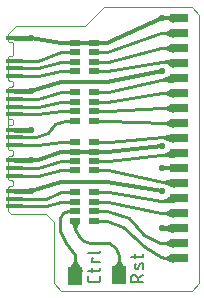
<source format=gtl>
G04 EAGLE Gerber X2 export*
G75*
%MOMM*%
%FSLAX34Y34*%
%LPD*%
%AMOC8*
5,1,8,0,0,1.08239X$1,22.5*%
G01*
%ADD10C,0.203200*%
%ADD11C,0.000000*%
%ADD12R,0.900000X0.500000*%
%ADD13R,1.270000X1.524000*%
%ADD14R,1.350000X0.450000*%
%ADD15R,1.600000X0.800000*%
%ADD16C,0.400000*%
%ADD17C,0.254000*%
%ADD18C,0.550000*%
%ADD19C,0.406400*%
%ADD20C,0.450000*%
%ADD21C,0.304800*%


D10*
X114984Y-96484D02*
X104316Y-96484D01*
X104316Y-93521D01*
X104318Y-93414D01*
X104324Y-93307D01*
X104333Y-93201D01*
X104347Y-93095D01*
X104364Y-92989D01*
X104385Y-92884D01*
X104410Y-92780D01*
X104439Y-92677D01*
X104471Y-92575D01*
X104507Y-92474D01*
X104547Y-92375D01*
X104590Y-92277D01*
X104637Y-92181D01*
X104687Y-92086D01*
X104740Y-91993D01*
X104797Y-91903D01*
X104857Y-91814D01*
X104920Y-91728D01*
X104986Y-91644D01*
X105056Y-91562D01*
X105128Y-91483D01*
X105203Y-91407D01*
X105281Y-91333D01*
X105361Y-91263D01*
X105444Y-91195D01*
X105529Y-91130D01*
X105616Y-91069D01*
X105706Y-91010D01*
X105798Y-90955D01*
X105891Y-90903D01*
X105987Y-90855D01*
X106084Y-90810D01*
X106182Y-90768D01*
X106282Y-90731D01*
X106384Y-90696D01*
X106486Y-90666D01*
X106590Y-90639D01*
X106694Y-90616D01*
X106800Y-90597D01*
X106906Y-90582D01*
X107012Y-90570D01*
X107119Y-90562D01*
X107226Y-90558D01*
X107332Y-90558D01*
X107439Y-90562D01*
X107546Y-90570D01*
X107652Y-90582D01*
X107758Y-90597D01*
X107864Y-90616D01*
X107968Y-90639D01*
X108072Y-90666D01*
X108174Y-90696D01*
X108276Y-90731D01*
X108376Y-90768D01*
X108474Y-90810D01*
X108571Y-90855D01*
X108667Y-90903D01*
X108761Y-90955D01*
X108852Y-91010D01*
X108942Y-91069D01*
X109029Y-91130D01*
X109114Y-91195D01*
X109197Y-91263D01*
X109277Y-91333D01*
X109355Y-91407D01*
X109430Y-91483D01*
X109502Y-91562D01*
X109572Y-91644D01*
X109638Y-91728D01*
X109701Y-91814D01*
X109761Y-91903D01*
X109818Y-91993D01*
X109871Y-92086D01*
X109921Y-92181D01*
X109968Y-92277D01*
X110011Y-92375D01*
X110051Y-92474D01*
X110087Y-92575D01*
X110119Y-92677D01*
X110148Y-92780D01*
X110173Y-92884D01*
X110194Y-92989D01*
X110211Y-93095D01*
X110225Y-93201D01*
X110234Y-93307D01*
X110240Y-93414D01*
X110242Y-93521D01*
X110243Y-93521D02*
X110243Y-96484D01*
X110243Y-92928D02*
X114984Y-90557D01*
X110835Y-84445D02*
X112021Y-81481D01*
X110836Y-84445D02*
X110805Y-84516D01*
X110771Y-84586D01*
X110734Y-84654D01*
X110693Y-84719D01*
X110648Y-84783D01*
X110601Y-84844D01*
X110550Y-84903D01*
X110497Y-84960D01*
X110441Y-85013D01*
X110382Y-85064D01*
X110321Y-85111D01*
X110257Y-85156D01*
X110192Y-85197D01*
X110124Y-85235D01*
X110054Y-85269D01*
X109983Y-85300D01*
X109911Y-85327D01*
X109837Y-85350D01*
X109762Y-85370D01*
X109686Y-85386D01*
X109609Y-85398D01*
X109532Y-85406D01*
X109455Y-85410D01*
X109377Y-85411D01*
X109300Y-85407D01*
X109222Y-85400D01*
X109146Y-85388D01*
X109070Y-85373D01*
X108994Y-85354D01*
X108920Y-85331D01*
X108847Y-85305D01*
X108776Y-85275D01*
X108706Y-85241D01*
X108638Y-85204D01*
X108572Y-85163D01*
X108508Y-85119D01*
X108446Y-85072D01*
X108387Y-85022D01*
X108331Y-84969D01*
X108277Y-84913D01*
X108226Y-84855D01*
X108178Y-84794D01*
X108133Y-84731D01*
X108091Y-84665D01*
X108053Y-84598D01*
X108018Y-84528D01*
X107987Y-84457D01*
X107959Y-84385D01*
X107936Y-84311D01*
X107915Y-84236D01*
X107899Y-84161D01*
X107886Y-84084D01*
X107878Y-84007D01*
X107873Y-83930D01*
X107872Y-83852D01*
X107876Y-83690D01*
X107884Y-83528D01*
X107896Y-83367D01*
X107912Y-83206D01*
X107932Y-83045D01*
X107955Y-82885D01*
X107983Y-82726D01*
X108014Y-82567D01*
X108049Y-82409D01*
X108088Y-82252D01*
X108131Y-82096D01*
X108177Y-81941D01*
X108227Y-81787D01*
X108281Y-81634D01*
X108339Y-81483D01*
X108400Y-81333D01*
X108464Y-81185D01*
X112020Y-81481D02*
X112051Y-81410D01*
X112085Y-81340D01*
X112122Y-81272D01*
X112163Y-81207D01*
X112208Y-81143D01*
X112255Y-81082D01*
X112306Y-81023D01*
X112359Y-80966D01*
X112415Y-80913D01*
X112474Y-80862D01*
X112535Y-80815D01*
X112599Y-80770D01*
X112664Y-80729D01*
X112732Y-80691D01*
X112802Y-80657D01*
X112873Y-80626D01*
X112945Y-80599D01*
X113019Y-80576D01*
X113094Y-80556D01*
X113170Y-80540D01*
X113247Y-80528D01*
X113324Y-80520D01*
X113401Y-80516D01*
X113479Y-80515D01*
X113556Y-80519D01*
X113634Y-80526D01*
X113710Y-80538D01*
X113786Y-80553D01*
X113862Y-80572D01*
X113936Y-80595D01*
X114009Y-80621D01*
X114080Y-80651D01*
X114150Y-80685D01*
X114218Y-80722D01*
X114284Y-80763D01*
X114348Y-80807D01*
X114410Y-80854D01*
X114469Y-80904D01*
X114525Y-80957D01*
X114579Y-81013D01*
X114630Y-81071D01*
X114678Y-81132D01*
X114723Y-81195D01*
X114765Y-81261D01*
X114803Y-81328D01*
X114838Y-81398D01*
X114869Y-81468D01*
X114897Y-81541D01*
X114920Y-81615D01*
X114941Y-81690D01*
X114957Y-81765D01*
X114970Y-81842D01*
X114978Y-81919D01*
X114983Y-81996D01*
X114984Y-82074D01*
X114984Y-82075D02*
X114978Y-82312D01*
X114966Y-82550D01*
X114949Y-82787D01*
X114925Y-83023D01*
X114897Y-83259D01*
X114863Y-83495D01*
X114823Y-83729D01*
X114778Y-83962D01*
X114727Y-84195D01*
X114671Y-84426D01*
X114609Y-84655D01*
X114542Y-84883D01*
X114469Y-85110D01*
X114391Y-85334D01*
X107872Y-76498D02*
X107872Y-72942D01*
X104316Y-75312D02*
X113206Y-75312D01*
X113288Y-75310D01*
X113370Y-75304D01*
X113452Y-75295D01*
X113533Y-75282D01*
X113613Y-75265D01*
X113693Y-75244D01*
X113771Y-75220D01*
X113848Y-75192D01*
X113924Y-75161D01*
X113999Y-75126D01*
X114071Y-75087D01*
X114142Y-75046D01*
X114211Y-75001D01*
X114277Y-74953D01*
X114342Y-74902D01*
X114404Y-74848D01*
X114463Y-74791D01*
X114520Y-74732D01*
X114574Y-74670D01*
X114625Y-74605D01*
X114673Y-74539D01*
X114718Y-74470D01*
X114759Y-74399D01*
X114798Y-74327D01*
X114833Y-74252D01*
X114864Y-74176D01*
X114892Y-74099D01*
X114916Y-74021D01*
X114937Y-73941D01*
X114954Y-73861D01*
X114967Y-73780D01*
X114976Y-73698D01*
X114982Y-73616D01*
X114984Y-73534D01*
X114984Y-72942D01*
X78484Y-91743D02*
X78484Y-94113D01*
X78482Y-94208D01*
X78476Y-94304D01*
X78467Y-94399D01*
X78453Y-94493D01*
X78436Y-94587D01*
X78415Y-94680D01*
X78390Y-94773D01*
X78362Y-94864D01*
X78330Y-94954D01*
X78294Y-95042D01*
X78255Y-95129D01*
X78212Y-95215D01*
X78166Y-95299D01*
X78117Y-95380D01*
X78064Y-95460D01*
X78008Y-95537D01*
X77950Y-95613D01*
X77888Y-95685D01*
X77823Y-95755D01*
X77755Y-95823D01*
X77685Y-95888D01*
X77613Y-95950D01*
X77537Y-96008D01*
X77460Y-96064D01*
X77380Y-96117D01*
X77299Y-96166D01*
X77215Y-96212D01*
X77129Y-96255D01*
X77042Y-96294D01*
X76954Y-96330D01*
X76864Y-96362D01*
X76773Y-96390D01*
X76680Y-96415D01*
X76587Y-96436D01*
X76493Y-96453D01*
X76399Y-96467D01*
X76304Y-96476D01*
X76208Y-96482D01*
X76113Y-96484D01*
X70187Y-96484D01*
X70092Y-96482D01*
X69996Y-96476D01*
X69901Y-96467D01*
X69807Y-96453D01*
X69713Y-96436D01*
X69620Y-96415D01*
X69527Y-96390D01*
X69436Y-96362D01*
X69346Y-96330D01*
X69258Y-96294D01*
X69171Y-96255D01*
X69085Y-96212D01*
X69002Y-96166D01*
X68920Y-96117D01*
X68840Y-96064D01*
X68763Y-96008D01*
X68687Y-95950D01*
X68615Y-95888D01*
X68545Y-95823D01*
X68477Y-95755D01*
X68412Y-95685D01*
X68350Y-95613D01*
X68292Y-95537D01*
X68236Y-95460D01*
X68183Y-95380D01*
X68134Y-95299D01*
X68088Y-95215D01*
X68045Y-95129D01*
X68006Y-95042D01*
X67970Y-94954D01*
X67938Y-94864D01*
X67910Y-94773D01*
X67885Y-94680D01*
X67864Y-94587D01*
X67847Y-94493D01*
X67833Y-94399D01*
X67824Y-94304D01*
X67818Y-94209D01*
X67816Y-94113D01*
X67816Y-91743D01*
X71372Y-88148D02*
X71372Y-84592D01*
X67816Y-86963D02*
X76706Y-86963D01*
X76788Y-86961D01*
X76870Y-86955D01*
X76952Y-86946D01*
X77033Y-86933D01*
X77113Y-86916D01*
X77193Y-86895D01*
X77271Y-86871D01*
X77348Y-86843D01*
X77424Y-86812D01*
X77499Y-86777D01*
X77571Y-86738D01*
X77642Y-86697D01*
X77711Y-86652D01*
X77777Y-86604D01*
X77842Y-86553D01*
X77904Y-86499D01*
X77963Y-86442D01*
X78020Y-86383D01*
X78074Y-86321D01*
X78125Y-86256D01*
X78173Y-86190D01*
X78218Y-86121D01*
X78259Y-86050D01*
X78298Y-85978D01*
X78333Y-85903D01*
X78364Y-85827D01*
X78392Y-85750D01*
X78416Y-85672D01*
X78437Y-85592D01*
X78454Y-85512D01*
X78467Y-85431D01*
X78476Y-85349D01*
X78482Y-85267D01*
X78484Y-85185D01*
X78484Y-84592D01*
X78484Y-79359D02*
X71372Y-79359D01*
X71372Y-75803D01*
X72557Y-75803D01*
X76706Y-71805D02*
X67816Y-71805D01*
X76706Y-71805D02*
X76788Y-71803D01*
X76870Y-71797D01*
X76952Y-71788D01*
X77033Y-71775D01*
X77113Y-71758D01*
X77193Y-71737D01*
X77271Y-71713D01*
X77348Y-71685D01*
X77424Y-71654D01*
X77499Y-71619D01*
X77571Y-71580D01*
X77642Y-71539D01*
X77711Y-71494D01*
X77777Y-71446D01*
X77842Y-71395D01*
X77904Y-71341D01*
X77963Y-71284D01*
X78020Y-71225D01*
X78074Y-71163D01*
X78125Y-71098D01*
X78173Y-71032D01*
X78218Y-70963D01*
X78259Y-70892D01*
X78298Y-70820D01*
X78333Y-70745D01*
X78364Y-70669D01*
X78392Y-70592D01*
X78416Y-70514D01*
X78437Y-70434D01*
X78454Y-70354D01*
X78467Y-70273D01*
X78476Y-70191D01*
X78482Y-70109D01*
X78484Y-70027D01*
D11*
X3000Y-39000D02*
X0Y-36000D01*
X3000Y-39000D02*
X32500Y-39000D01*
X39000Y-45500D01*
X39000Y-97500D01*
X45500Y-104000D01*
X156000Y-104000D01*
X162500Y-97500D01*
X162500Y130000D01*
X156000Y136500D01*
X81500Y136500D01*
X65500Y120500D01*
X7000Y120500D01*
X0Y113500D01*
X0Y107500D01*
X0Y94000D02*
X0Y75000D01*
X1000Y74000D01*
X4000Y74000D01*
X5000Y73000D01*
X5000Y70000D02*
X4000Y69000D01*
X1000Y69000D01*
X0Y68000D01*
X5000Y70000D02*
X5000Y73000D01*
X0Y68000D02*
X0Y42500D01*
X1000Y41500D01*
X4000Y41500D01*
X5000Y40500D01*
X5000Y37500D02*
X4000Y36500D01*
X1000Y36500D01*
X0Y35500D01*
X5000Y37500D02*
X5000Y40500D01*
X0Y42000D02*
X0Y35500D01*
X0Y16500D02*
X1000Y15500D01*
X4000Y15500D01*
X5000Y14500D01*
X5000Y11500D02*
X4000Y10500D01*
X1000Y10500D01*
X0Y9500D01*
X5000Y11500D02*
X5000Y14500D01*
X0Y-16500D02*
X0Y-36000D01*
X0Y-9500D02*
X0Y9500D01*
X0Y16500D02*
X0Y35500D01*
X0Y-9500D02*
X1000Y-10500D01*
X4000Y-10500D02*
X5000Y-11500D01*
X4000Y-10500D02*
X1000Y-10500D01*
X5000Y-11500D02*
X5000Y-14500D01*
X4000Y-15500D01*
X1000Y-15500D01*
X0Y-16500D01*
X1000Y106500D02*
X0Y107500D01*
X1000Y106500D02*
X4000Y106500D01*
X5000Y105500D01*
X5000Y96000D01*
X4000Y95000D01*
X1000Y95000D01*
X0Y94000D01*
D12*
X57000Y106000D03*
X57000Y98000D03*
X57000Y90000D03*
X57000Y82000D03*
X73000Y82000D03*
X73000Y90000D03*
X73000Y98000D03*
X73000Y106000D03*
X57000Y64000D03*
X57000Y56000D03*
X57000Y48000D03*
X57000Y40000D03*
X73000Y40000D03*
X73000Y48000D03*
X73000Y56000D03*
X73000Y64000D03*
X57000Y22000D03*
X57000Y14000D03*
X57000Y6000D03*
X57000Y-2000D03*
X73000Y-2000D03*
X73000Y6000D03*
X73000Y14000D03*
X73000Y22000D03*
D13*
X57000Y-91000D03*
X94000Y-90500D03*
D14*
X6500Y0D03*
X6500Y6500D03*
X6500Y19500D03*
X6500Y26000D03*
X6500Y32500D03*
X6500Y45500D03*
X6500Y52000D03*
X6500Y58500D03*
X6500Y65000D03*
X6500Y78000D03*
X6500Y84500D03*
X6500Y91000D03*
X6500Y-6500D03*
X6500Y-19500D03*
X6500Y-26000D03*
X6500Y-32500D03*
D12*
X73000Y-44500D03*
X73000Y-36500D03*
X73000Y-28500D03*
X73000Y-20500D03*
X57000Y-20500D03*
X57000Y-28500D03*
X57000Y-36500D03*
X57000Y-44500D03*
D14*
X6500Y110500D03*
D15*
X145600Y127000D03*
X145600Y114300D03*
X145600Y101600D03*
X145600Y88900D03*
X145600Y76200D03*
X145600Y63500D03*
X145600Y50800D03*
X145600Y38100D03*
X145600Y25400D03*
X145600Y12700D03*
X145600Y0D03*
X145600Y-12700D03*
X145600Y-25400D03*
X145600Y-38100D03*
X145600Y-50800D03*
X145600Y-63500D03*
X145600Y-76200D03*
D16*
X6500Y0D03*
D17*
X26000Y0D01*
X45500Y6000D01*
X57000Y6000D01*
D16*
X6500Y32500D03*
D18*
X19500Y32500D03*
D19*
X6500Y32500D01*
D20*
X0Y110500D03*
X0Y65000D03*
X0Y32500D03*
D21*
X57000Y106000D02*
X73000Y106000D01*
D17*
X6500Y110500D02*
X3270Y110500D01*
D21*
X57000Y14000D02*
X73000Y14000D01*
X57000Y14000D02*
X45500Y14000D01*
X26000Y6500D01*
D18*
X19500Y6500D03*
D21*
X26000Y6500D01*
D16*
X6500Y6500D03*
D19*
X19500Y6500D01*
D20*
X0Y6500D03*
D17*
X3270Y6500D02*
X6500Y6500D01*
D16*
X6500Y-19500D03*
D20*
X0Y-19500D03*
D16*
X6500Y65000D03*
X6500Y110500D03*
D18*
X19500Y-19500D03*
X19500Y110500D03*
X19500Y65000D03*
D19*
X6500Y65000D01*
X6500Y110500D02*
X19500Y110500D01*
D21*
X45500Y106000D02*
X57000Y106000D01*
X45500Y106000D02*
X19500Y110500D01*
X84500Y106000D02*
X130500Y127000D01*
X135890Y127000D01*
X145600Y127000D01*
X84500Y106000D02*
X73000Y106000D01*
D19*
X19500Y-19500D02*
X6500Y-19500D01*
D18*
X130500Y127000D03*
X130500Y0D03*
X130500Y-51000D03*
D21*
X130500Y0D02*
X145600Y0D01*
X145600Y-51000D02*
X136500Y-51000D01*
D19*
X145600Y-51000D02*
X145600Y-50800D01*
D21*
X84500Y14000D02*
X73000Y14000D01*
X84500Y14000D02*
X130500Y19000D01*
D18*
X130500Y19000D03*
X130500Y82500D03*
X130500Y-19500D03*
D21*
X45500Y-12000D02*
X19500Y-19500D01*
X45500Y-12000D02*
X84500Y-12000D01*
X130500Y-19500D01*
X45500Y73000D02*
X19500Y65000D01*
X45500Y73000D02*
X84500Y73000D01*
X130500Y82500D01*
D17*
X139700Y124460D02*
X135890Y127000D01*
X139700Y124460D02*
X139700Y129540D01*
X135890Y127000D01*
X139700Y-48260D02*
X130810Y-50800D01*
X139700Y-48260D02*
X139700Y-53340D01*
X130810Y-50800D01*
X130500Y-51000D02*
X136500Y-51000D01*
X130810Y-50800D02*
X130500Y-51000D01*
X6500Y6500D02*
X0Y6500D01*
D16*
X6500Y19500D03*
D17*
X26000Y19500D01*
X45500Y22000D01*
X57000Y22000D01*
D16*
X6500Y26000D03*
D17*
X24500Y26000D01*
X34000Y30000D01*
X40500Y37500D01*
X49000Y40000D01*
X57000Y40000D01*
D16*
X6500Y45500D03*
D17*
X26000Y45500D01*
X45500Y48000D01*
X57000Y48000D01*
D16*
X6500Y52000D03*
D17*
X26000Y52000D01*
X45500Y56000D01*
X57000Y56000D01*
D16*
X6500Y58500D03*
D17*
X26000Y58500D01*
X45500Y64000D01*
X57000Y64000D01*
D16*
X6500Y84500D03*
D17*
X26000Y84500D01*
X45500Y90000D01*
X57000Y90000D01*
D16*
X6500Y78000D03*
D17*
X26000Y78000D01*
X45500Y82000D01*
X57000Y82000D01*
D16*
X6500Y91000D03*
D17*
X26000Y91000D01*
X45500Y98000D01*
X57000Y98000D01*
X57000Y-79000D02*
X57000Y-91000D01*
X52000Y-87000D02*
X57000Y-79000D01*
X62000Y-87000D01*
X57000Y-79000D02*
X57000Y-73270D01*
X57000Y-36500D02*
X51000Y-36500D01*
X49530Y-63500D02*
X57000Y-73270D01*
X49530Y-63500D02*
X44450Y-53340D01*
X44450Y-41910D01*
X46990Y-38100D01*
X51000Y-36500D01*
X94000Y-78500D02*
X94000Y-90500D01*
X99000Y-87000D02*
X94000Y-78500D01*
X89000Y-87000D01*
X94000Y-74500D02*
X92000Y-68000D01*
X94000Y-74500D02*
X94000Y-78500D01*
X85500Y-63500D02*
X69500Y-63500D01*
X85500Y-63500D02*
X92000Y-68000D01*
X61000Y-59500D02*
X57000Y-52000D01*
X61000Y-59500D02*
X64500Y-62000D01*
X69500Y-63500D01*
X57000Y-50500D02*
X57000Y-44500D01*
X57000Y-50500D02*
X57000Y-52000D01*
X57000Y-50500D02*
X54500Y-44500D01*
X59500Y-44500D02*
X57000Y-50500D01*
X130160Y-74930D02*
X133350Y-76200D01*
X145600Y-76200D01*
X84500Y-44500D02*
X73000Y-44500D01*
X84500Y-44500D02*
X97500Y-50000D01*
X116500Y-67000D01*
X130160Y-74930D01*
X133350Y-76200D02*
X139700Y-73660D01*
X139700Y-78740D01*
X133350Y-76200D01*
D20*
X0Y0D03*
X0Y19500D03*
X0Y26000D03*
X0Y45500D03*
X0Y52000D03*
X0Y58500D03*
X0Y84500D03*
X0Y78000D03*
X0Y91000D03*
D16*
X6500Y-6500D03*
D20*
X0Y-6500D03*
D16*
X6500Y-32500D03*
D20*
X0Y-32500D03*
X0Y-26000D03*
D16*
X6500Y-26000D03*
D17*
X6500Y-32500D02*
X32500Y-32500D01*
X45500Y-28500D02*
X57000Y-28500D01*
X45500Y-28500D02*
X32500Y-32500D01*
X32500Y-26000D02*
X6500Y-26000D01*
X45000Y-20500D02*
X57000Y-20500D01*
X45000Y-20500D02*
X32500Y-26000D01*
X26000Y-6500D02*
X6500Y-6500D01*
X26000Y-6500D02*
X45500Y-2000D01*
X57000Y-2000D01*
X134620Y114300D02*
X145600Y114300D01*
X134620Y114300D02*
X133350Y114300D01*
X130300Y114300D01*
X84500Y98000D01*
X73000Y98000D01*
X134620Y114300D02*
X139700Y116840D01*
X139700Y111760D02*
X134620Y114300D01*
X133350Y114300D02*
X139700Y116840D01*
X139700Y111760D01*
X133350Y114300D01*
X134620Y101600D02*
X145600Y101600D01*
X134620Y101600D02*
X133350Y101600D01*
X130100Y101600D01*
X85000Y90000D01*
X73000Y90000D01*
X134620Y101600D02*
X139700Y104140D01*
X139700Y99060D02*
X134620Y101600D01*
X133350Y101600D02*
X139700Y104140D01*
X139700Y99060D01*
X133350Y101600D01*
X136389Y89670D02*
X145600Y88900D01*
X130400Y90170D02*
X84500Y82000D01*
X73000Y82000D01*
X130810Y90170D02*
X135425Y89566D01*
X139700Y86360D01*
X139700Y91440D01*
X130810Y90170D01*
X130400Y90170D02*
X136389Y89670D01*
X135425Y89566D02*
X145600Y88900D01*
X145600Y76200D02*
X130253Y74934D01*
X130252Y74934D02*
X130200Y74930D01*
X85000Y64000D01*
X73000Y64000D01*
X130810Y74930D02*
X139700Y78740D01*
X139700Y73660D01*
X130810Y74930D01*
X130253Y74934D02*
X130252Y74934D01*
X130200Y74930D02*
X130810Y74930D01*
X133350Y63500D02*
X145600Y63500D01*
X133350Y63500D02*
X130500Y63500D01*
X84500Y56000D01*
X73000Y56000D01*
X133350Y63500D02*
X139700Y66040D01*
X139700Y60960D01*
X133350Y63500D01*
X133350Y50800D02*
X145600Y50800D01*
X133350Y50800D02*
X130800Y50800D01*
X84500Y48000D01*
X73000Y48000D01*
X133350Y50800D02*
X139700Y53340D01*
X139700Y48260D01*
X133350Y50800D01*
X84500Y40000D02*
X73000Y40000D01*
X84500Y40000D02*
X133040Y38000D01*
X130600Y38100D01*
X133350Y38100D01*
X145600Y38100D01*
X139700Y40640D02*
X133350Y38100D01*
X139700Y40640D02*
X139700Y35560D01*
X133350Y38100D01*
X136518Y26207D02*
X145600Y25400D01*
X131300Y26670D02*
X85500Y22000D01*
X73000Y22000D01*
X132080Y26670D02*
X136272Y27369D01*
X139700Y27940D01*
X139700Y22860D01*
X130810Y26670D01*
X131300Y26670D02*
X136518Y26207D01*
X136272Y27369D02*
X131300Y26670D01*
X136589Y11942D02*
X145600Y12700D01*
X130192Y11393D02*
X85000Y6000D01*
X73000Y6000D01*
X132080Y11430D02*
X140970Y15240D01*
X140970Y10160D01*
X132080Y11430D01*
X130192Y11393D02*
X136589Y11942D01*
X132080Y11430D02*
X130192Y11393D01*
X131940Y-11430D02*
X145600Y-12700D01*
X131940Y-11430D02*
X85000Y-2000D01*
X73000Y-2000D01*
X132080Y-11430D02*
X136192Y-10843D01*
X140970Y-10160D01*
X140970Y-15240D01*
X132080Y-11430D01*
X131940Y-11430D02*
X136192Y-10843D01*
X145600Y-25400D02*
X130312Y-27905D01*
X130100Y-27940D01*
X85500Y-20500D01*
X73000Y-20500D01*
X132080Y-27940D02*
X140970Y-22860D01*
X140970Y-27940D01*
X132080Y-27940D01*
X130312Y-27905D01*
X133350Y-38100D02*
X145600Y-38100D01*
X133350Y-38100D02*
X129800Y-38100D01*
X85000Y-28500D01*
X73000Y-28500D01*
X133350Y-38100D02*
X139700Y-35560D01*
X139700Y-40640D01*
X133350Y-38100D01*
X133350Y-63500D02*
X129500Y-63500D01*
X133350Y-63500D02*
X145600Y-63500D01*
X84500Y-36500D02*
X73000Y-36500D01*
X84500Y-36500D02*
X102500Y-42500D01*
X115500Y-57000D01*
X129500Y-63500D01*
X133350Y-63500D02*
X139700Y-60960D01*
X139700Y-66040D01*
X133350Y-63500D01*
M02*

</source>
